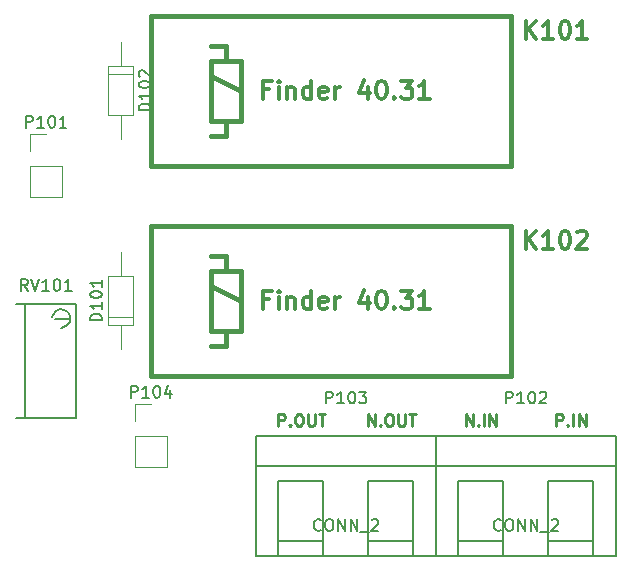
<source format=gto>
G04 #@! TF.FileFunction,Legend,Top*
%FSLAX46Y46*%
G04 Gerber Fmt 4.6, Leading zero omitted, Abs format (unit mm)*
G04 Created by KiCad (PCBNEW 4.0.4+e1-6308~48~ubuntu15.10.1-stable) date Wed Feb  8 22:32:19 2017*
%MOMM*%
%LPD*%
G01*
G04 APERTURE LIST*
%ADD10C,0.100000*%
%ADD11C,0.250000*%
%ADD12C,0.120000*%
%ADD13C,0.150000*%
%ADD14C,0.381000*%
%ADD15C,0.304800*%
G04 APERTURE END LIST*
D10*
D11*
X144097619Y-108402381D02*
X144097619Y-107402381D01*
X144669048Y-108402381D01*
X144669048Y-107402381D01*
X145145238Y-108307143D02*
X145192857Y-108354762D01*
X145145238Y-108402381D01*
X145097619Y-108354762D01*
X145145238Y-108307143D01*
X145145238Y-108402381D01*
X145811904Y-107402381D02*
X146002381Y-107402381D01*
X146097619Y-107450000D01*
X146192857Y-107545238D01*
X146240476Y-107735714D01*
X146240476Y-108069048D01*
X146192857Y-108259524D01*
X146097619Y-108354762D01*
X146002381Y-108402381D01*
X145811904Y-108402381D01*
X145716666Y-108354762D01*
X145621428Y-108259524D01*
X145573809Y-108069048D01*
X145573809Y-107735714D01*
X145621428Y-107545238D01*
X145716666Y-107450000D01*
X145811904Y-107402381D01*
X146669047Y-107402381D02*
X146669047Y-108211905D01*
X146716666Y-108307143D01*
X146764285Y-108354762D01*
X146859523Y-108402381D01*
X147050000Y-108402381D01*
X147145238Y-108354762D01*
X147192857Y-108307143D01*
X147240476Y-108211905D01*
X147240476Y-107402381D01*
X147573809Y-107402381D02*
X148145238Y-107402381D01*
X147859523Y-108402381D02*
X147859523Y-107402381D01*
X152384286Y-108402381D02*
X152384286Y-107402381D01*
X152955715Y-108402381D01*
X152955715Y-107402381D01*
X153431905Y-108307143D02*
X153479524Y-108354762D01*
X153431905Y-108402381D01*
X153384286Y-108354762D01*
X153431905Y-108307143D01*
X153431905Y-108402381D01*
X153908095Y-108402381D02*
X153908095Y-107402381D01*
X154384285Y-108402381D02*
X154384285Y-107402381D01*
X154955714Y-108402381D01*
X154955714Y-107402381D01*
X136501429Y-108402381D02*
X136501429Y-107402381D01*
X136882382Y-107402381D01*
X136977620Y-107450000D01*
X137025239Y-107497619D01*
X137072858Y-107592857D01*
X137072858Y-107735714D01*
X137025239Y-107830952D01*
X136977620Y-107878571D01*
X136882382Y-107926190D01*
X136501429Y-107926190D01*
X137501429Y-108307143D02*
X137549048Y-108354762D01*
X137501429Y-108402381D01*
X137453810Y-108354762D01*
X137501429Y-108307143D01*
X137501429Y-108402381D01*
X138168095Y-107402381D02*
X138358572Y-107402381D01*
X138453810Y-107450000D01*
X138549048Y-107545238D01*
X138596667Y-107735714D01*
X138596667Y-108069048D01*
X138549048Y-108259524D01*
X138453810Y-108354762D01*
X138358572Y-108402381D01*
X138168095Y-108402381D01*
X138072857Y-108354762D01*
X137977619Y-108259524D01*
X137930000Y-108069048D01*
X137930000Y-107735714D01*
X137977619Y-107545238D01*
X138072857Y-107450000D01*
X138168095Y-107402381D01*
X139025238Y-107402381D02*
X139025238Y-108211905D01*
X139072857Y-108307143D01*
X139120476Y-108354762D01*
X139215714Y-108402381D01*
X139406191Y-108402381D01*
X139501429Y-108354762D01*
X139549048Y-108307143D01*
X139596667Y-108211905D01*
X139596667Y-107402381D01*
X139930000Y-107402381D02*
X140501429Y-107402381D01*
X140215714Y-108402381D02*
X140215714Y-107402381D01*
X160028096Y-108402381D02*
X160028096Y-107402381D01*
X160409049Y-107402381D01*
X160504287Y-107450000D01*
X160551906Y-107497619D01*
X160599525Y-107592857D01*
X160599525Y-107735714D01*
X160551906Y-107830952D01*
X160504287Y-107878571D01*
X160409049Y-107926190D01*
X160028096Y-107926190D01*
X161028096Y-108307143D02*
X161075715Y-108354762D01*
X161028096Y-108402381D01*
X160980477Y-108354762D01*
X161028096Y-108307143D01*
X161028096Y-108402381D01*
X161504286Y-108402381D02*
X161504286Y-107402381D01*
X161980476Y-108402381D02*
X161980476Y-107402381D01*
X162551905Y-108402381D01*
X162551905Y-107402381D01*
D12*
X115450000Y-86360000D02*
X115450000Y-89020000D01*
X115450000Y-89020000D02*
X118230000Y-89020000D01*
X118230000Y-89020000D02*
X118230000Y-86360000D01*
X118230000Y-86360000D02*
X115450000Y-86360000D01*
X115450000Y-85090000D02*
X115450000Y-83700000D01*
X115450000Y-83700000D02*
X116840000Y-83700000D01*
D13*
X118872000Y-99314000D02*
X117602000Y-99314000D01*
X118122700Y-100101400D02*
X118376700Y-100063300D01*
X118376700Y-100063300D02*
X118656100Y-99885500D01*
X118656100Y-99885500D02*
X118872000Y-99568000D01*
X118872000Y-99568000D02*
X118884700Y-99123500D01*
X118884700Y-99123500D02*
X118681500Y-98767900D01*
X118681500Y-98767900D02*
X118389400Y-98590100D01*
X118389400Y-98590100D02*
X118071900Y-98539300D01*
X118071900Y-98539300D02*
X117665500Y-98640900D01*
X117665500Y-98640900D02*
X117411500Y-98983800D01*
X117411500Y-98983800D02*
X117322600Y-99161600D01*
X115062000Y-107696000D02*
X115062000Y-98044000D01*
X118110000Y-98044000D02*
X119380000Y-98044000D01*
X119380000Y-98044000D02*
X119380000Y-107696000D01*
X119380000Y-107696000D02*
X114300000Y-107696000D01*
X114300000Y-98044000D02*
X116840000Y-98044000D01*
X116840000Y-98044000D02*
X118110000Y-98044000D01*
D12*
X124340000Y-109220000D02*
X124340000Y-111880000D01*
X124340000Y-111880000D02*
X127120000Y-111880000D01*
X127120000Y-111880000D02*
X127120000Y-109220000D01*
X127120000Y-109220000D02*
X124340000Y-109220000D01*
X124340000Y-107950000D02*
X124340000Y-106560000D01*
X124340000Y-106560000D02*
X125730000Y-106560000D01*
X122130000Y-99850000D02*
X124250000Y-99850000D01*
X124250000Y-99850000D02*
X124250000Y-95730000D01*
X124250000Y-95730000D02*
X122130000Y-95730000D01*
X122130000Y-95730000D02*
X122130000Y-99850000D01*
X123190000Y-101890000D02*
X123190000Y-99850000D01*
X123190000Y-93690000D02*
X123190000Y-95730000D01*
X122130000Y-99190000D02*
X124250000Y-99190000D01*
X124250000Y-77950000D02*
X122130000Y-77950000D01*
X122130000Y-77950000D02*
X122130000Y-82070000D01*
X122130000Y-82070000D02*
X124250000Y-82070000D01*
X124250000Y-82070000D02*
X124250000Y-77950000D01*
X123190000Y-75910000D02*
X123190000Y-77950000D01*
X123190000Y-84110000D02*
X123190000Y-82070000D01*
X124250000Y-78610000D02*
X122130000Y-78610000D01*
D14*
X130810000Y-78740000D02*
X133350000Y-80010000D01*
X132080000Y-82550000D02*
X132080000Y-83820000D01*
X132080000Y-83820000D02*
X130810000Y-83820000D01*
X130810000Y-76200000D02*
X132080000Y-76200000D01*
X132080000Y-76200000D02*
X132080000Y-77470000D01*
X132080000Y-77470000D02*
X133350000Y-77470000D01*
X133350000Y-77470000D02*
X133350000Y-82550000D01*
X133350000Y-82550000D02*
X130810000Y-82550000D01*
X130810000Y-82550000D02*
X130810000Y-77470000D01*
X130810000Y-77470000D02*
X132080000Y-77470000D01*
X125730000Y-73660000D02*
X156210000Y-73660000D01*
X156210000Y-73660000D02*
X156210000Y-86360000D01*
X156210000Y-86360000D02*
X125730000Y-86360000D01*
X125730000Y-86360000D02*
X125730000Y-73660000D01*
X130810000Y-96520000D02*
X133350000Y-97790000D01*
X132080000Y-100330000D02*
X132080000Y-101600000D01*
X132080000Y-101600000D02*
X130810000Y-101600000D01*
X130810000Y-93980000D02*
X132080000Y-93980000D01*
X132080000Y-93980000D02*
X132080000Y-95250000D01*
X132080000Y-95250000D02*
X133350000Y-95250000D01*
X133350000Y-95250000D02*
X133350000Y-100330000D01*
X133350000Y-100330000D02*
X130810000Y-100330000D01*
X130810000Y-100330000D02*
X130810000Y-95250000D01*
X130810000Y-95250000D02*
X132080000Y-95250000D01*
X125730000Y-91440000D02*
X156210000Y-91440000D01*
X156210000Y-91440000D02*
X156210000Y-104140000D01*
X156210000Y-104140000D02*
X125730000Y-104140000D01*
X125730000Y-104140000D02*
X125730000Y-91440000D01*
D13*
X159385000Y-118110000D02*
X163195000Y-118110000D01*
X159385000Y-119380000D02*
X159385000Y-113030000D01*
X159385000Y-113030000D02*
X163195000Y-113030000D01*
X163195000Y-113030000D02*
X163195000Y-119380000D01*
X151765000Y-118110000D02*
X155575000Y-118110000D01*
X151765000Y-119380000D02*
X151765000Y-113030000D01*
X151765000Y-113030000D02*
X155575000Y-113030000D01*
X155575000Y-113030000D02*
X155575000Y-119380000D01*
X149860000Y-109220000D02*
X149860000Y-119380000D01*
X165100000Y-109220000D02*
X165100000Y-119380000D01*
X165100000Y-111760000D02*
X149860000Y-111760000D01*
X149860000Y-109220000D02*
X165100000Y-109220000D01*
X165100000Y-119380000D02*
X149860000Y-119380000D01*
X144145000Y-118110000D02*
X147955000Y-118110000D01*
X144145000Y-119380000D02*
X144145000Y-113030000D01*
X144145000Y-113030000D02*
X147955000Y-113030000D01*
X147955000Y-113030000D02*
X147955000Y-119380000D01*
X136525000Y-118110000D02*
X140335000Y-118110000D01*
X136525000Y-119380000D02*
X136525000Y-113030000D01*
X136525000Y-113030000D02*
X140335000Y-113030000D01*
X140335000Y-113030000D02*
X140335000Y-119380000D01*
X134620000Y-109220000D02*
X134620000Y-119380000D01*
X149860000Y-109220000D02*
X149860000Y-119380000D01*
X149860000Y-111760000D02*
X134620000Y-111760000D01*
X134620000Y-109220000D02*
X149860000Y-109220000D01*
X149860000Y-119380000D02*
X134620000Y-119380000D01*
X115149524Y-83152381D02*
X115149524Y-82152381D01*
X115530477Y-82152381D01*
X115625715Y-82200000D01*
X115673334Y-82247619D01*
X115720953Y-82342857D01*
X115720953Y-82485714D01*
X115673334Y-82580952D01*
X115625715Y-82628571D01*
X115530477Y-82676190D01*
X115149524Y-82676190D01*
X116673334Y-83152381D02*
X116101905Y-83152381D01*
X116387619Y-83152381D02*
X116387619Y-82152381D01*
X116292381Y-82295238D01*
X116197143Y-82390476D01*
X116101905Y-82438095D01*
X117292381Y-82152381D02*
X117387620Y-82152381D01*
X117482858Y-82200000D01*
X117530477Y-82247619D01*
X117578096Y-82342857D01*
X117625715Y-82533333D01*
X117625715Y-82771429D01*
X117578096Y-82961905D01*
X117530477Y-83057143D01*
X117482858Y-83104762D01*
X117387620Y-83152381D01*
X117292381Y-83152381D01*
X117197143Y-83104762D01*
X117149524Y-83057143D01*
X117101905Y-82961905D01*
X117054286Y-82771429D01*
X117054286Y-82533333D01*
X117101905Y-82342857D01*
X117149524Y-82247619D01*
X117197143Y-82200000D01*
X117292381Y-82152381D01*
X118578096Y-83152381D02*
X118006667Y-83152381D01*
X118292381Y-83152381D02*
X118292381Y-82152381D01*
X118197143Y-82295238D01*
X118101905Y-82390476D01*
X118006667Y-82438095D01*
X115292381Y-96972381D02*
X114959047Y-96496190D01*
X114720952Y-96972381D02*
X114720952Y-95972381D01*
X115101905Y-95972381D01*
X115197143Y-96020000D01*
X115244762Y-96067619D01*
X115292381Y-96162857D01*
X115292381Y-96305714D01*
X115244762Y-96400952D01*
X115197143Y-96448571D01*
X115101905Y-96496190D01*
X114720952Y-96496190D01*
X115578095Y-95972381D02*
X115911428Y-96972381D01*
X116244762Y-95972381D01*
X117101905Y-96972381D02*
X116530476Y-96972381D01*
X116816190Y-96972381D02*
X116816190Y-95972381D01*
X116720952Y-96115238D01*
X116625714Y-96210476D01*
X116530476Y-96258095D01*
X117720952Y-95972381D02*
X117816191Y-95972381D01*
X117911429Y-96020000D01*
X117959048Y-96067619D01*
X118006667Y-96162857D01*
X118054286Y-96353333D01*
X118054286Y-96591429D01*
X118006667Y-96781905D01*
X117959048Y-96877143D01*
X117911429Y-96924762D01*
X117816191Y-96972381D01*
X117720952Y-96972381D01*
X117625714Y-96924762D01*
X117578095Y-96877143D01*
X117530476Y-96781905D01*
X117482857Y-96591429D01*
X117482857Y-96353333D01*
X117530476Y-96162857D01*
X117578095Y-96067619D01*
X117625714Y-96020000D01*
X117720952Y-95972381D01*
X119006667Y-96972381D02*
X118435238Y-96972381D01*
X118720952Y-96972381D02*
X118720952Y-95972381D01*
X118625714Y-96115238D01*
X118530476Y-96210476D01*
X118435238Y-96258095D01*
X124039524Y-106012381D02*
X124039524Y-105012381D01*
X124420477Y-105012381D01*
X124515715Y-105060000D01*
X124563334Y-105107619D01*
X124610953Y-105202857D01*
X124610953Y-105345714D01*
X124563334Y-105440952D01*
X124515715Y-105488571D01*
X124420477Y-105536190D01*
X124039524Y-105536190D01*
X125563334Y-106012381D02*
X124991905Y-106012381D01*
X125277619Y-106012381D02*
X125277619Y-105012381D01*
X125182381Y-105155238D01*
X125087143Y-105250476D01*
X124991905Y-105298095D01*
X126182381Y-105012381D02*
X126277620Y-105012381D01*
X126372858Y-105060000D01*
X126420477Y-105107619D01*
X126468096Y-105202857D01*
X126515715Y-105393333D01*
X126515715Y-105631429D01*
X126468096Y-105821905D01*
X126420477Y-105917143D01*
X126372858Y-105964762D01*
X126277620Y-106012381D01*
X126182381Y-106012381D01*
X126087143Y-105964762D01*
X126039524Y-105917143D01*
X125991905Y-105821905D01*
X125944286Y-105631429D01*
X125944286Y-105393333D01*
X125991905Y-105202857D01*
X126039524Y-105107619D01*
X126087143Y-105060000D01*
X126182381Y-105012381D01*
X127372858Y-105345714D02*
X127372858Y-106012381D01*
X127134762Y-104964762D02*
X126896667Y-105679048D01*
X127515715Y-105679048D01*
X121582381Y-99480476D02*
X120582381Y-99480476D01*
X120582381Y-99242381D01*
X120630000Y-99099523D01*
X120725238Y-99004285D01*
X120820476Y-98956666D01*
X121010952Y-98909047D01*
X121153810Y-98909047D01*
X121344286Y-98956666D01*
X121439524Y-99004285D01*
X121534762Y-99099523D01*
X121582381Y-99242381D01*
X121582381Y-99480476D01*
X121582381Y-97956666D02*
X121582381Y-98528095D01*
X121582381Y-98242381D02*
X120582381Y-98242381D01*
X120725238Y-98337619D01*
X120820476Y-98432857D01*
X120868095Y-98528095D01*
X120582381Y-97337619D02*
X120582381Y-97242380D01*
X120630000Y-97147142D01*
X120677619Y-97099523D01*
X120772857Y-97051904D01*
X120963333Y-97004285D01*
X121201429Y-97004285D01*
X121391905Y-97051904D01*
X121487143Y-97099523D01*
X121534762Y-97147142D01*
X121582381Y-97242380D01*
X121582381Y-97337619D01*
X121534762Y-97432857D01*
X121487143Y-97480476D01*
X121391905Y-97528095D01*
X121201429Y-97575714D01*
X120963333Y-97575714D01*
X120772857Y-97528095D01*
X120677619Y-97480476D01*
X120630000Y-97432857D01*
X120582381Y-97337619D01*
X121582381Y-96051904D02*
X121582381Y-96623333D01*
X121582381Y-96337619D02*
X120582381Y-96337619D01*
X120725238Y-96432857D01*
X120820476Y-96528095D01*
X120868095Y-96623333D01*
X125702381Y-81700476D02*
X124702381Y-81700476D01*
X124702381Y-81462381D01*
X124750000Y-81319523D01*
X124845238Y-81224285D01*
X124940476Y-81176666D01*
X125130952Y-81129047D01*
X125273810Y-81129047D01*
X125464286Y-81176666D01*
X125559524Y-81224285D01*
X125654762Y-81319523D01*
X125702381Y-81462381D01*
X125702381Y-81700476D01*
X125702381Y-80176666D02*
X125702381Y-80748095D01*
X125702381Y-80462381D02*
X124702381Y-80462381D01*
X124845238Y-80557619D01*
X124940476Y-80652857D01*
X124988095Y-80748095D01*
X124702381Y-79557619D02*
X124702381Y-79462380D01*
X124750000Y-79367142D01*
X124797619Y-79319523D01*
X124892857Y-79271904D01*
X125083333Y-79224285D01*
X125321429Y-79224285D01*
X125511905Y-79271904D01*
X125607143Y-79319523D01*
X125654762Y-79367142D01*
X125702381Y-79462380D01*
X125702381Y-79557619D01*
X125654762Y-79652857D01*
X125607143Y-79700476D01*
X125511905Y-79748095D01*
X125321429Y-79795714D01*
X125083333Y-79795714D01*
X124892857Y-79748095D01*
X124797619Y-79700476D01*
X124750000Y-79652857D01*
X124702381Y-79557619D01*
X124797619Y-78843333D02*
X124750000Y-78795714D01*
X124702381Y-78700476D01*
X124702381Y-78462380D01*
X124750000Y-78367142D01*
X124797619Y-78319523D01*
X124892857Y-78271904D01*
X124988095Y-78271904D01*
X125130952Y-78319523D01*
X125702381Y-78890952D01*
X125702381Y-78271904D01*
D15*
X157443714Y-75619429D02*
X157443714Y-74095429D01*
X158314571Y-75619429D02*
X157661428Y-74748571D01*
X158314571Y-74095429D02*
X157443714Y-74966286D01*
X159766000Y-75619429D02*
X158895143Y-75619429D01*
X159330571Y-75619429D02*
X159330571Y-74095429D01*
X159185428Y-74313143D01*
X159040286Y-74458286D01*
X158895143Y-74530857D01*
X160709429Y-74095429D02*
X160854572Y-74095429D01*
X160999715Y-74168000D01*
X161072286Y-74240571D01*
X161144857Y-74385714D01*
X161217429Y-74676000D01*
X161217429Y-75038857D01*
X161144857Y-75329143D01*
X161072286Y-75474286D01*
X160999715Y-75546857D01*
X160854572Y-75619429D01*
X160709429Y-75619429D01*
X160564286Y-75546857D01*
X160491715Y-75474286D01*
X160419143Y-75329143D01*
X160346572Y-75038857D01*
X160346572Y-74676000D01*
X160419143Y-74385714D01*
X160491715Y-74240571D01*
X160564286Y-74168000D01*
X160709429Y-74095429D01*
X162668858Y-75619429D02*
X161798001Y-75619429D01*
X162233429Y-75619429D02*
X162233429Y-74095429D01*
X162088286Y-74313143D01*
X161943144Y-74458286D01*
X161798001Y-74530857D01*
X135744856Y-79901143D02*
X135236856Y-79901143D01*
X135236856Y-80699429D02*
X135236856Y-79175429D01*
X135962570Y-79175429D01*
X136543142Y-80699429D02*
X136543142Y-79683429D01*
X136543142Y-79175429D02*
X136470571Y-79248000D01*
X136543142Y-79320571D01*
X136615714Y-79248000D01*
X136543142Y-79175429D01*
X136543142Y-79320571D01*
X137268856Y-79683429D02*
X137268856Y-80699429D01*
X137268856Y-79828571D02*
X137341428Y-79756000D01*
X137486570Y-79683429D01*
X137704285Y-79683429D01*
X137849428Y-79756000D01*
X137921999Y-79901143D01*
X137921999Y-80699429D01*
X139300856Y-80699429D02*
X139300856Y-79175429D01*
X139300856Y-80626857D02*
X139155713Y-80699429D01*
X138865427Y-80699429D01*
X138720285Y-80626857D01*
X138647713Y-80554286D01*
X138575142Y-80409143D01*
X138575142Y-79973714D01*
X138647713Y-79828571D01*
X138720285Y-79756000D01*
X138865427Y-79683429D01*
X139155713Y-79683429D01*
X139300856Y-79756000D01*
X140607142Y-80626857D02*
X140461999Y-80699429D01*
X140171713Y-80699429D01*
X140026570Y-80626857D01*
X139953999Y-80481714D01*
X139953999Y-79901143D01*
X140026570Y-79756000D01*
X140171713Y-79683429D01*
X140461999Y-79683429D01*
X140607142Y-79756000D01*
X140679713Y-79901143D01*
X140679713Y-80046286D01*
X139953999Y-80191429D01*
X141332856Y-80699429D02*
X141332856Y-79683429D01*
X141332856Y-79973714D02*
X141405428Y-79828571D01*
X141477999Y-79756000D01*
X141623142Y-79683429D01*
X141768285Y-79683429D01*
X144090571Y-79683429D02*
X144090571Y-80699429D01*
X143727714Y-79102857D02*
X143364857Y-80191429D01*
X144308285Y-80191429D01*
X145179143Y-79175429D02*
X145324286Y-79175429D01*
X145469429Y-79248000D01*
X145542000Y-79320571D01*
X145614571Y-79465714D01*
X145687143Y-79756000D01*
X145687143Y-80118857D01*
X145614571Y-80409143D01*
X145542000Y-80554286D01*
X145469429Y-80626857D01*
X145324286Y-80699429D01*
X145179143Y-80699429D01*
X145034000Y-80626857D01*
X144961429Y-80554286D01*
X144888857Y-80409143D01*
X144816286Y-80118857D01*
X144816286Y-79756000D01*
X144888857Y-79465714D01*
X144961429Y-79320571D01*
X145034000Y-79248000D01*
X145179143Y-79175429D01*
X146340286Y-80554286D02*
X146412858Y-80626857D01*
X146340286Y-80699429D01*
X146267715Y-80626857D01*
X146340286Y-80554286D01*
X146340286Y-80699429D01*
X146920857Y-79175429D02*
X147864286Y-79175429D01*
X147356286Y-79756000D01*
X147574000Y-79756000D01*
X147719143Y-79828571D01*
X147791714Y-79901143D01*
X147864286Y-80046286D01*
X147864286Y-80409143D01*
X147791714Y-80554286D01*
X147719143Y-80626857D01*
X147574000Y-80699429D01*
X147138572Y-80699429D01*
X146993429Y-80626857D01*
X146920857Y-80554286D01*
X149315715Y-80699429D02*
X148444858Y-80699429D01*
X148880286Y-80699429D02*
X148880286Y-79175429D01*
X148735143Y-79393143D01*
X148590001Y-79538286D01*
X148444858Y-79610857D01*
X157443714Y-93399429D02*
X157443714Y-91875429D01*
X158314571Y-93399429D02*
X157661428Y-92528571D01*
X158314571Y-91875429D02*
X157443714Y-92746286D01*
X159766000Y-93399429D02*
X158895143Y-93399429D01*
X159330571Y-93399429D02*
X159330571Y-91875429D01*
X159185428Y-92093143D01*
X159040286Y-92238286D01*
X158895143Y-92310857D01*
X160709429Y-91875429D02*
X160854572Y-91875429D01*
X160999715Y-91948000D01*
X161072286Y-92020571D01*
X161144857Y-92165714D01*
X161217429Y-92456000D01*
X161217429Y-92818857D01*
X161144857Y-93109143D01*
X161072286Y-93254286D01*
X160999715Y-93326857D01*
X160854572Y-93399429D01*
X160709429Y-93399429D01*
X160564286Y-93326857D01*
X160491715Y-93254286D01*
X160419143Y-93109143D01*
X160346572Y-92818857D01*
X160346572Y-92456000D01*
X160419143Y-92165714D01*
X160491715Y-92020571D01*
X160564286Y-91948000D01*
X160709429Y-91875429D01*
X161798001Y-92020571D02*
X161870572Y-91948000D01*
X162015715Y-91875429D01*
X162378572Y-91875429D01*
X162523715Y-91948000D01*
X162596286Y-92020571D01*
X162668858Y-92165714D01*
X162668858Y-92310857D01*
X162596286Y-92528571D01*
X161725429Y-93399429D01*
X162668858Y-93399429D01*
X135744856Y-97681143D02*
X135236856Y-97681143D01*
X135236856Y-98479429D02*
X135236856Y-96955429D01*
X135962570Y-96955429D01*
X136543142Y-98479429D02*
X136543142Y-97463429D01*
X136543142Y-96955429D02*
X136470571Y-97028000D01*
X136543142Y-97100571D01*
X136615714Y-97028000D01*
X136543142Y-96955429D01*
X136543142Y-97100571D01*
X137268856Y-97463429D02*
X137268856Y-98479429D01*
X137268856Y-97608571D02*
X137341428Y-97536000D01*
X137486570Y-97463429D01*
X137704285Y-97463429D01*
X137849428Y-97536000D01*
X137921999Y-97681143D01*
X137921999Y-98479429D01*
X139300856Y-98479429D02*
X139300856Y-96955429D01*
X139300856Y-98406857D02*
X139155713Y-98479429D01*
X138865427Y-98479429D01*
X138720285Y-98406857D01*
X138647713Y-98334286D01*
X138575142Y-98189143D01*
X138575142Y-97753714D01*
X138647713Y-97608571D01*
X138720285Y-97536000D01*
X138865427Y-97463429D01*
X139155713Y-97463429D01*
X139300856Y-97536000D01*
X140607142Y-98406857D02*
X140461999Y-98479429D01*
X140171713Y-98479429D01*
X140026570Y-98406857D01*
X139953999Y-98261714D01*
X139953999Y-97681143D01*
X140026570Y-97536000D01*
X140171713Y-97463429D01*
X140461999Y-97463429D01*
X140607142Y-97536000D01*
X140679713Y-97681143D01*
X140679713Y-97826286D01*
X139953999Y-97971429D01*
X141332856Y-98479429D02*
X141332856Y-97463429D01*
X141332856Y-97753714D02*
X141405428Y-97608571D01*
X141477999Y-97536000D01*
X141623142Y-97463429D01*
X141768285Y-97463429D01*
X144090571Y-97463429D02*
X144090571Y-98479429D01*
X143727714Y-96882857D02*
X143364857Y-97971429D01*
X144308285Y-97971429D01*
X145179143Y-96955429D02*
X145324286Y-96955429D01*
X145469429Y-97028000D01*
X145542000Y-97100571D01*
X145614571Y-97245714D01*
X145687143Y-97536000D01*
X145687143Y-97898857D01*
X145614571Y-98189143D01*
X145542000Y-98334286D01*
X145469429Y-98406857D01*
X145324286Y-98479429D01*
X145179143Y-98479429D01*
X145034000Y-98406857D01*
X144961429Y-98334286D01*
X144888857Y-98189143D01*
X144816286Y-97898857D01*
X144816286Y-97536000D01*
X144888857Y-97245714D01*
X144961429Y-97100571D01*
X145034000Y-97028000D01*
X145179143Y-96955429D01*
X146340286Y-98334286D02*
X146412858Y-98406857D01*
X146340286Y-98479429D01*
X146267715Y-98406857D01*
X146340286Y-98334286D01*
X146340286Y-98479429D01*
X146920857Y-96955429D02*
X147864286Y-96955429D01*
X147356286Y-97536000D01*
X147574000Y-97536000D01*
X147719143Y-97608571D01*
X147791714Y-97681143D01*
X147864286Y-97826286D01*
X147864286Y-98189143D01*
X147791714Y-98334286D01*
X147719143Y-98406857D01*
X147574000Y-98479429D01*
X147138572Y-98479429D01*
X146993429Y-98406857D01*
X146920857Y-98334286D01*
X149315715Y-98479429D02*
X148444858Y-98479429D01*
X148880286Y-98479429D02*
X148880286Y-96955429D01*
X148735143Y-97173143D01*
X148590001Y-97318286D01*
X148444858Y-97390857D01*
D13*
X155789524Y-106497381D02*
X155789524Y-105497381D01*
X156170477Y-105497381D01*
X156265715Y-105545000D01*
X156313334Y-105592619D01*
X156360953Y-105687857D01*
X156360953Y-105830714D01*
X156313334Y-105925952D01*
X156265715Y-105973571D01*
X156170477Y-106021190D01*
X155789524Y-106021190D01*
X157313334Y-106497381D02*
X156741905Y-106497381D01*
X157027619Y-106497381D02*
X157027619Y-105497381D01*
X156932381Y-105640238D01*
X156837143Y-105735476D01*
X156741905Y-105783095D01*
X157932381Y-105497381D02*
X158027620Y-105497381D01*
X158122858Y-105545000D01*
X158170477Y-105592619D01*
X158218096Y-105687857D01*
X158265715Y-105878333D01*
X158265715Y-106116429D01*
X158218096Y-106306905D01*
X158170477Y-106402143D01*
X158122858Y-106449762D01*
X158027620Y-106497381D01*
X157932381Y-106497381D01*
X157837143Y-106449762D01*
X157789524Y-106402143D01*
X157741905Y-106306905D01*
X157694286Y-106116429D01*
X157694286Y-105878333D01*
X157741905Y-105687857D01*
X157789524Y-105592619D01*
X157837143Y-105545000D01*
X157932381Y-105497381D01*
X158646667Y-105592619D02*
X158694286Y-105545000D01*
X158789524Y-105497381D01*
X159027620Y-105497381D01*
X159122858Y-105545000D01*
X159170477Y-105592619D01*
X159218096Y-105687857D01*
X159218096Y-105783095D01*
X159170477Y-105925952D01*
X158599048Y-106497381D01*
X159218096Y-106497381D01*
X155360953Y-117197143D02*
X155313334Y-117244762D01*
X155170477Y-117292381D01*
X155075239Y-117292381D01*
X154932381Y-117244762D01*
X154837143Y-117149524D01*
X154789524Y-117054286D01*
X154741905Y-116863810D01*
X154741905Y-116720952D01*
X154789524Y-116530476D01*
X154837143Y-116435238D01*
X154932381Y-116340000D01*
X155075239Y-116292381D01*
X155170477Y-116292381D01*
X155313334Y-116340000D01*
X155360953Y-116387619D01*
X155980000Y-116292381D02*
X156170477Y-116292381D01*
X156265715Y-116340000D01*
X156360953Y-116435238D01*
X156408572Y-116625714D01*
X156408572Y-116959048D01*
X156360953Y-117149524D01*
X156265715Y-117244762D01*
X156170477Y-117292381D01*
X155980000Y-117292381D01*
X155884762Y-117244762D01*
X155789524Y-117149524D01*
X155741905Y-116959048D01*
X155741905Y-116625714D01*
X155789524Y-116435238D01*
X155884762Y-116340000D01*
X155980000Y-116292381D01*
X156837143Y-117292381D02*
X156837143Y-116292381D01*
X157408572Y-117292381D01*
X157408572Y-116292381D01*
X157884762Y-117292381D02*
X157884762Y-116292381D01*
X158456191Y-117292381D01*
X158456191Y-116292381D01*
X158694286Y-117387619D02*
X159456191Y-117387619D01*
X159646667Y-116387619D02*
X159694286Y-116340000D01*
X159789524Y-116292381D01*
X160027620Y-116292381D01*
X160122858Y-116340000D01*
X160170477Y-116387619D01*
X160218096Y-116482857D01*
X160218096Y-116578095D01*
X160170477Y-116720952D01*
X159599048Y-117292381D01*
X160218096Y-117292381D01*
X140549524Y-106497381D02*
X140549524Y-105497381D01*
X140930477Y-105497381D01*
X141025715Y-105545000D01*
X141073334Y-105592619D01*
X141120953Y-105687857D01*
X141120953Y-105830714D01*
X141073334Y-105925952D01*
X141025715Y-105973571D01*
X140930477Y-106021190D01*
X140549524Y-106021190D01*
X142073334Y-106497381D02*
X141501905Y-106497381D01*
X141787619Y-106497381D02*
X141787619Y-105497381D01*
X141692381Y-105640238D01*
X141597143Y-105735476D01*
X141501905Y-105783095D01*
X142692381Y-105497381D02*
X142787620Y-105497381D01*
X142882858Y-105545000D01*
X142930477Y-105592619D01*
X142978096Y-105687857D01*
X143025715Y-105878333D01*
X143025715Y-106116429D01*
X142978096Y-106306905D01*
X142930477Y-106402143D01*
X142882858Y-106449762D01*
X142787620Y-106497381D01*
X142692381Y-106497381D01*
X142597143Y-106449762D01*
X142549524Y-106402143D01*
X142501905Y-106306905D01*
X142454286Y-106116429D01*
X142454286Y-105878333D01*
X142501905Y-105687857D01*
X142549524Y-105592619D01*
X142597143Y-105545000D01*
X142692381Y-105497381D01*
X143359048Y-105497381D02*
X143978096Y-105497381D01*
X143644762Y-105878333D01*
X143787620Y-105878333D01*
X143882858Y-105925952D01*
X143930477Y-105973571D01*
X143978096Y-106068810D01*
X143978096Y-106306905D01*
X143930477Y-106402143D01*
X143882858Y-106449762D01*
X143787620Y-106497381D01*
X143501905Y-106497381D01*
X143406667Y-106449762D01*
X143359048Y-106402143D01*
X140120953Y-117197143D02*
X140073334Y-117244762D01*
X139930477Y-117292381D01*
X139835239Y-117292381D01*
X139692381Y-117244762D01*
X139597143Y-117149524D01*
X139549524Y-117054286D01*
X139501905Y-116863810D01*
X139501905Y-116720952D01*
X139549524Y-116530476D01*
X139597143Y-116435238D01*
X139692381Y-116340000D01*
X139835239Y-116292381D01*
X139930477Y-116292381D01*
X140073334Y-116340000D01*
X140120953Y-116387619D01*
X140740000Y-116292381D02*
X140930477Y-116292381D01*
X141025715Y-116340000D01*
X141120953Y-116435238D01*
X141168572Y-116625714D01*
X141168572Y-116959048D01*
X141120953Y-117149524D01*
X141025715Y-117244762D01*
X140930477Y-117292381D01*
X140740000Y-117292381D01*
X140644762Y-117244762D01*
X140549524Y-117149524D01*
X140501905Y-116959048D01*
X140501905Y-116625714D01*
X140549524Y-116435238D01*
X140644762Y-116340000D01*
X140740000Y-116292381D01*
X141597143Y-117292381D02*
X141597143Y-116292381D01*
X142168572Y-117292381D01*
X142168572Y-116292381D01*
X142644762Y-117292381D02*
X142644762Y-116292381D01*
X143216191Y-117292381D01*
X143216191Y-116292381D01*
X143454286Y-117387619D02*
X144216191Y-117387619D01*
X144406667Y-116387619D02*
X144454286Y-116340000D01*
X144549524Y-116292381D01*
X144787620Y-116292381D01*
X144882858Y-116340000D01*
X144930477Y-116387619D01*
X144978096Y-116482857D01*
X144978096Y-116578095D01*
X144930477Y-116720952D01*
X144359048Y-117292381D01*
X144978096Y-117292381D01*
M02*

</source>
